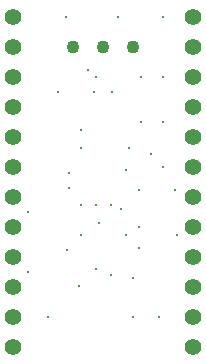
<source format=gbr>
%TF.GenerationSoftware,KiCad,Pcbnew,5.1.7+dfsg1-1~bpo10+1*%
%TF.CreationDate,Date%
%TF.ProjectId,ProMicro_BUS,50726f4d-6963-4726-9f5f-4255532e6b69,v1.4*%
%TF.SameCoordinates,Original*%
%TF.FileFunction,Plated,1,2,PTH,Drill*%
%TF.FilePolarity,Positive*%
%FSLAX46Y46*%
G04 Gerber Fmt 4.6, Leading zero omitted, Abs format (unit mm)*
G04 Created by KiCad*
%MOMM*%
%LPD*%
G01*
G04 APERTURE LIST*
%TA.AperFunction,ViaDrill*%
%ADD10C,0.200000*%
%TD*%
%TA.AperFunction,ViaDrill*%
%ADD11C,0.300000*%
%TD*%
%TA.AperFunction,ComponentDrill*%
%ADD12C,1.100000*%
%TD*%
%TA.AperFunction,ComponentDrill*%
%ADD13C,1.400000*%
%TD*%
G04 APERTURE END LIST*
D10*
X3810000Y-6350000D03*
X5588000Y-22733000D03*
X5715000Y-18415000D03*
X6350000Y-4445000D03*
X6832500Y-6375500D03*
X6984982Y-5080000D03*
X6985000Y-15875000D03*
X6985000Y-21336000D03*
X8255000Y-15875000D03*
X8255000Y-21844000D03*
X8407500Y-6324500D03*
X9525000Y-18415000D03*
X10160000Y-22098000D03*
X10668000Y-19526992D03*
X13715992Y-14605000D03*
X13843000Y-18415000D03*
D11*
X1270000Y-16510000D03*
X1270000Y-21590000D03*
X2921000Y-25400000D03*
X4445000Y0D03*
X4572000Y-19685000D03*
X4699000Y-13208000D03*
X4699000Y-14478000D03*
X5715000Y-9525000D03*
X5715000Y-11049000D03*
X5715000Y-15875000D03*
X7239000Y-17399000D03*
X8890000Y0D03*
X9144000Y-16256000D03*
X9525000Y-12954000D03*
X9779000Y-11049012D03*
X10160000Y-25400000D03*
X10668000Y-14605000D03*
X10668000Y-17780000D03*
X10795000Y-5080000D03*
X10795000Y-8890000D03*
X11707000Y-11557000D03*
X12344400Y-25400000D03*
X12700000Y0D03*
X12700000Y-5080000D03*
X12700000Y-8890000D03*
X12700000Y-12700000D03*
D12*
%TO.C,J1*%
X5080000Y-2540000D03*
X7620000Y-2540000D03*
X10160000Y-2540000D03*
D13*
%TO.C,A1*%
X0Y0D03*
X0Y-2540000D03*
X0Y-5080000D03*
X0Y-7620000D03*
X0Y-10160000D03*
X0Y-12700000D03*
X0Y-15240000D03*
X0Y-17780000D03*
X0Y-20320000D03*
X0Y-22860000D03*
X0Y-25400000D03*
X0Y-27940000D03*
X15240000Y0D03*
X15240000Y-2540000D03*
X15240000Y-5080000D03*
X15240000Y-7620000D03*
X15240000Y-10160000D03*
X15240000Y-12700000D03*
X15240000Y-15240000D03*
X15240000Y-17780000D03*
X15240000Y-20320000D03*
X15240000Y-22860000D03*
X15240000Y-25400000D03*
X15240000Y-27940000D03*
M02*

</source>
